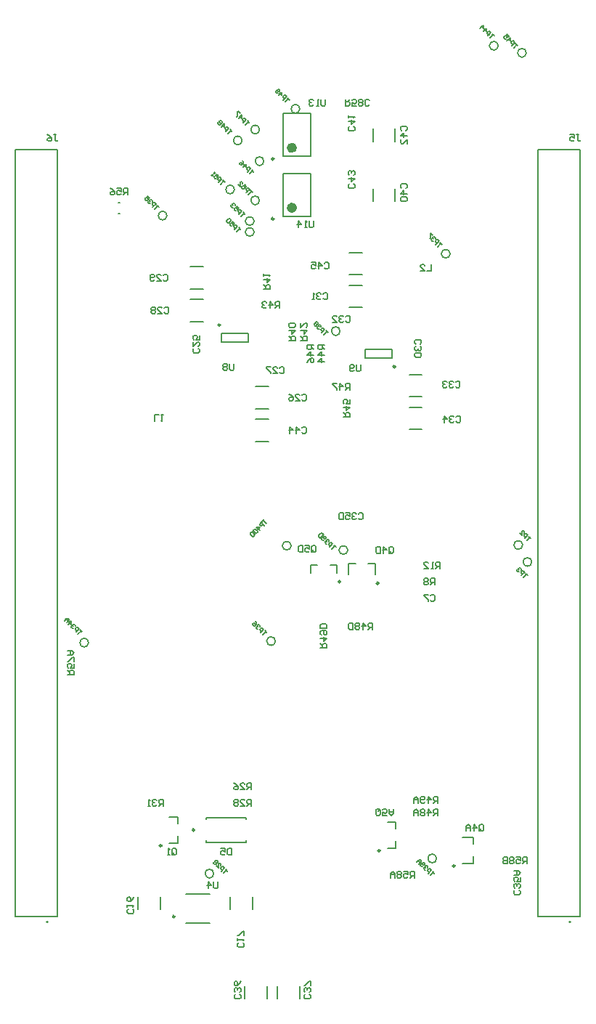
<source format=gbo>
G04*
G04 #@! TF.GenerationSoftware,Altium Limited,DefaultClient, ()*
G04*
G04 Layer_Color=32896*
%FSLAX44Y44*%
%MOMM*%
G71*
G04*
G04 #@! TF.SameCoordinates,8DA877EA-5960-4089-89AF-F9EF2ED2926F*
G04*
G04*
G04 #@! TF.FilePolarity,Positive*
G04*
G01*
G75*
%ADD10C,0.2500*%
%ADD11C,0.1270*%
%ADD13C,0.6000*%
%ADD14C,0.1778*%
%ADD15C,0.2000*%
D10*
X411947Y-96534D02*
G03*
X411947Y-96534I-1250J0D01*
G01*
X324797Y-78754D02*
G03*
X324797Y-78754I-1250J0D01*
G01*
X108300Y-54610D02*
G03*
X108300Y-54610I-1250J0D01*
G01*
X85324Y-155550D02*
G03*
X85324Y-155550I-1250J0D01*
G01*
X70050Y-72860D02*
G03*
X70050Y-72860I-1250J0D01*
G01*
X323030Y233150D02*
G03*
X323030Y233150I-1250J0D01*
G01*
X278580Y234900D02*
G03*
X278580Y234900I-1250J0D01*
G01*
X342600Y485630D02*
G03*
X342600Y485630I-1250J0D01*
G01*
X200850Y727850D02*
G03*
X200850Y727850I-1250J0D01*
G01*
Y658000D02*
G03*
X200850Y658000I-1250J0D01*
G01*
X138460Y534180D02*
G03*
X138460Y534180I-1250J0D01*
G01*
D11*
X462527Y859658D02*
G03*
X462527Y859658I-5080J0D01*
G01*
X390637Y-87784D02*
G03*
X390637Y-87784I-5080J0D01*
G01*
X177800Y655320D02*
G03*
X177800Y655320I-5080J0D01*
G01*
X184150Y679450D02*
G03*
X184150Y679450I-5080J0D01*
G01*
X154940Y692150D02*
G03*
X154940Y692150I-5080J0D01*
G01*
X177800Y642620D02*
G03*
X177800Y642620I-5080J0D01*
G01*
X231140Y786130D02*
G03*
X231140Y786130I-5080J0D01*
G01*
X163830Y749300D02*
G03*
X163830Y749300I-5080J0D01*
G01*
X184150Y762000D02*
G03*
X184150Y762000I-5080J0D01*
G01*
X189230Y725170D02*
G03*
X189230Y725170I-5080J0D01*
G01*
X495324Y851454D02*
G03*
X495324Y851454I-5080J0D01*
G01*
X220980Y276860D02*
G03*
X220980Y276860I-5080J0D01*
G01*
X287020Y271780D02*
G03*
X287020Y271780I-5080J0D01*
G01*
X278130Y527050D02*
G03*
X278130Y527050I-5080J0D01*
G01*
X406400Y617220D02*
G03*
X406400Y617220I-5080J0D01*
G01*
X202692Y165608D02*
G03*
X202692Y165608I-5080J0D01*
G01*
X76200Y661670D02*
G03*
X76200Y661670I-5080J0D01*
G01*
X130810Y-105410D02*
G03*
X130810Y-105410I-5080J0D01*
G01*
X501650Y257870D02*
G03*
X501650Y257870I-5080J0D01*
G01*
X490982Y277699D02*
G03*
X490982Y277699I-5080J0D01*
G01*
X-15240Y163830D02*
G03*
X-15240Y163830I-5080J0D01*
G01*
D13*
X224850Y740650D02*
G03*
X224850Y740650I-3000J0D01*
G01*
Y670800D02*
G03*
X224850Y670800I-3000J0D01*
G01*
D14*
X388126Y-105135D02*
X385732Y-102741D01*
X386929Y-103938D01*
X383338Y-107529D01*
X380945Y-105135D02*
X384535Y-101545D01*
X382740Y-99749D01*
X381543D01*
X380346Y-100946D01*
Y-102143D01*
X382141Y-103938D01*
X380346Y-98552D02*
Y-97355D01*
X379149Y-96158D01*
X377952D01*
X377354Y-96757D01*
Y-97954D01*
X377952Y-98552D01*
X377354Y-97954D01*
X376157Y-97954D01*
X375558Y-98552D01*
X375558Y-99749D01*
X376755Y-100946D01*
X377952D01*
X374361Y-97355D02*
X373164D01*
X371967Y-96158D01*
Y-94961D01*
X374361Y-92567D01*
X375558D01*
X376755Y-93764D01*
X376755Y-94961D01*
X376157Y-95560D01*
X374959Y-95560D01*
X373164Y-93764D01*
X370172Y-94363D02*
X372566Y-91969D01*
Y-89575D01*
X370172D01*
X367778Y-91969D01*
X369573Y-90173D01*
X371967Y-92567D01*
X364739Y-110489D02*
Y-102871D01*
X360931D01*
X359661Y-104141D01*
Y-106680D01*
X360931Y-107950D01*
X364739D01*
X362200D02*
X359661Y-110489D01*
X352044Y-102871D02*
X357122D01*
Y-106680D01*
X354583Y-105410D01*
X353313D01*
X352044Y-106680D01*
Y-109219D01*
X353313Y-110489D01*
X355852D01*
X357122Y-109219D01*
X349504Y-104141D02*
X348235Y-102871D01*
X345696D01*
X344426Y-104141D01*
Y-105410D01*
X345696Y-106680D01*
X344426Y-107950D01*
Y-109219D01*
X345696Y-110489D01*
X348235D01*
X349504Y-109219D01*
Y-107950D01*
X348235Y-106680D01*
X349504Y-105410D01*
Y-104141D01*
X348235Y-106680D02*
X345696D01*
X341887Y-110489D02*
Y-105410D01*
X339348Y-102871D01*
X336809Y-105410D01*
Y-110489D01*
Y-106680D01*
X341887D01*
X392172Y-23367D02*
Y-15749D01*
X388363D01*
X387093Y-17019D01*
Y-19558D01*
X388363Y-20828D01*
X392172D01*
X389632D02*
X387093Y-23367D01*
X380745D02*
Y-15749D01*
X384554Y-19558D01*
X379476D01*
X376936Y-22097D02*
X375667Y-23367D01*
X373128D01*
X371858Y-22097D01*
Y-17019D01*
X373128Y-15749D01*
X375667D01*
X376936Y-17019D01*
Y-18288D01*
X375667Y-19558D01*
X371858D01*
X369319Y-23367D02*
Y-18288D01*
X366780Y-15749D01*
X364240Y-18288D01*
Y-23367D01*
Y-19558D01*
X369319D01*
X392425Y-37845D02*
Y-30227D01*
X388617D01*
X387347Y-31497D01*
Y-34036D01*
X388617Y-35306D01*
X392425D01*
X389886D02*
X387347Y-37845D01*
X380999D02*
Y-30227D01*
X384808Y-34036D01*
X379730D01*
X377190Y-31497D02*
X375921Y-30227D01*
X373382D01*
X372112Y-31497D01*
Y-32766D01*
X373382Y-34036D01*
X372112Y-35306D01*
Y-36575D01*
X373382Y-37845D01*
X375921D01*
X377190Y-36575D01*
Y-35306D01*
X375921Y-34036D01*
X377190Y-32766D01*
Y-31497D01*
X375921Y-34036D02*
X373382D01*
X369573Y-37845D02*
Y-32766D01*
X367034Y-30227D01*
X364495Y-32766D01*
Y-37845D01*
Y-34036D01*
X369573D01*
X324868Y-31295D02*
Y-36373D01*
X323599Y-37643D01*
X321060D01*
X319790Y-36373D01*
Y-31295D01*
X321060Y-30025D01*
X323599D01*
X322329Y-32564D02*
X324868Y-30025D01*
X323599D02*
X324868Y-31295D01*
X332486Y-37643D02*
X327407D01*
Y-33834D01*
X329947Y-35104D01*
X331216D01*
X332486Y-33834D01*
Y-31295D01*
X331216Y-30025D01*
X328677D01*
X327407Y-31295D01*
X335025Y-30025D02*
Y-35104D01*
X337564Y-37643D01*
X340103Y-35104D01*
Y-30025D01*
Y-33834D01*
X335025D01*
X440688Y-54609D02*
Y-49531D01*
X441958Y-48261D01*
X444497D01*
X445767Y-49531D01*
Y-54609D01*
X444497Y-55879D01*
X441958D01*
X443228Y-53340D02*
X440688Y-55879D01*
X441958D02*
X440688Y-54609D01*
X434340Y-55879D02*
Y-48261D01*
X438149Y-52070D01*
X433071D01*
X430532Y-55879D02*
Y-50800D01*
X427992Y-48261D01*
X425453Y-50800D01*
Y-55879D01*
Y-52070D01*
X430532D01*
X487171Y-124965D02*
X488441Y-126235D01*
Y-128774D01*
X487171Y-130043D01*
X482093D01*
X480823Y-128774D01*
Y-126235D01*
X482093Y-124965D01*
X487171Y-122426D02*
X488441Y-121156D01*
Y-118617D01*
X487171Y-117348D01*
X485902D01*
X484632Y-118617D01*
Y-119887D01*
Y-118617D01*
X483363Y-117348D01*
X482093D01*
X480823Y-118617D01*
Y-121156D01*
X482093Y-122426D01*
X488441Y-109730D02*
Y-114808D01*
X484632D01*
X485902Y-112269D01*
Y-111000D01*
X484632Y-109730D01*
X482093D01*
X480823Y-111000D01*
Y-113539D01*
X482093Y-114808D01*
X480823Y-107191D02*
X485902D01*
X488441Y-104652D01*
X485902Y-102113D01*
X480823D01*
X484632D01*
Y-107191D01*
X284349Y797434D02*
Y789817D01*
X288157D01*
X289427Y791086D01*
Y793625D01*
X288157Y794895D01*
X284349D01*
X286888D02*
X289427Y797434D01*
X297044Y789817D02*
X291966D01*
Y793625D01*
X294505Y792356D01*
X295775D01*
X297044Y793625D01*
Y796165D01*
X295775Y797434D01*
X293236D01*
X291966Y796165D01*
X299584Y791086D02*
X300853Y789817D01*
X303392D01*
X304662Y791086D01*
Y792356D01*
X303392Y793625D01*
X304662Y794895D01*
Y796165D01*
X303392Y797434D01*
X300853D01*
X299584Y796165D01*
Y794895D01*
X300853Y793625D01*
X299584Y792356D01*
Y791086D01*
X300853Y793625D02*
X303392D01*
X312279Y791086D02*
X311010Y789817D01*
X308471D01*
X307201Y791086D01*
Y796165D01*
X308471Y797434D01*
X311010D01*
X312279Y796165D01*
X496058Y-93979D02*
Y-86361D01*
X492249D01*
X490979Y-87631D01*
Y-90170D01*
X492249Y-91440D01*
X496058D01*
X493518D02*
X490979Y-93979D01*
X483362Y-86361D02*
X488440D01*
Y-90170D01*
X485901Y-88900D01*
X484631D01*
X483362Y-90170D01*
Y-92709D01*
X484631Y-93979D01*
X487170D01*
X488440Y-92709D01*
X480822Y-87631D02*
X479553Y-86361D01*
X477014D01*
X475744Y-87631D01*
Y-88900D01*
X477014Y-90170D01*
X475744Y-91440D01*
Y-92709D01*
X477014Y-93979D01*
X479553D01*
X480822Y-92709D01*
Y-91440D01*
X479553Y-90170D01*
X480822Y-88900D01*
Y-87631D01*
X479553Y-90170D02*
X477014D01*
X473205Y-86361D02*
Y-93979D01*
X469396D01*
X468126Y-92709D01*
Y-91440D01*
X469396Y-90170D01*
X473205D01*
X469396D01*
X468126Y-88900D01*
Y-87631D01*
X469396Y-86361D01*
X473205D01*
X-39877Y126496D02*
X-32259D01*
Y130305D01*
X-33529Y131575D01*
X-36068D01*
X-37338Y130305D01*
Y126496D01*
Y129036D02*
X-39877Y131575D01*
X-32259Y139192D02*
Y134114D01*
X-36068D01*
X-34798Y136653D01*
Y137923D01*
X-36068Y139192D01*
X-38607D01*
X-39877Y137923D01*
Y135384D01*
X-38607Y134114D01*
X-32259Y141732D02*
Y146810D01*
X-33529D01*
X-38607Y141732D01*
X-39877D01*
Y149349D02*
X-34798D01*
X-32259Y151888D01*
X-34798Y154427D01*
X-39877D01*
X-36068D01*
Y149349D01*
X167129Y663232D02*
X164735Y665626D01*
X165932Y664429D01*
X162341Y660838D01*
X159947Y663232D02*
X163538Y666823D01*
X161742Y668618D01*
X160546D01*
X159348Y667422D01*
Y666225D01*
X161144Y664429D01*
X157553Y672808D02*
X159947Y670414D01*
X158152Y668618D01*
X157553Y670414D01*
X156954Y671012D01*
X155758D01*
X154561Y669816D01*
X154561Y668618D01*
X155758Y667422D01*
X156955D01*
X155758Y673406D02*
X155758Y674603D01*
X154561Y675800D01*
X153364D01*
X152765Y675202D01*
Y674005D01*
X153364Y673406D01*
X152765Y674005D01*
X151568D01*
X150970Y673406D01*
Y672209D01*
X152167Y671012D01*
X153364D01*
X176019Y688632D02*
X173625Y691026D01*
X174822Y689829D01*
X171231Y686238D01*
X168837Y688632D02*
X172428Y692223D01*
X170632Y694018D01*
X169436D01*
X168239Y692822D01*
Y691625D01*
X170034Y689829D01*
X166443Y698208D02*
X168837Y695814D01*
X167041Y694018D01*
X166443Y695814D01*
X165844Y696413D01*
X164648D01*
X163451Y695216D01*
X163451Y694018D01*
X164648Y692822D01*
X165845D01*
X159261Y698208D02*
X161655Y695814D01*
Y700602D01*
X162254Y701200D01*
X163451D01*
X164648Y700003D01*
X164648Y698806D01*
X143670Y700661D02*
X141276Y703055D01*
X142473Y701858D01*
X138883Y698267D01*
X136489Y700661D02*
X140079Y704251D01*
X138284Y706047D01*
X137087D01*
X135890Y704850D01*
Y703653D01*
X137685Y701858D01*
X134094Y710236D02*
X136489Y707842D01*
X134693Y706047D01*
X134094Y707842D01*
X133496Y708441D01*
X132299D01*
X131102Y707244D01*
X131102Y706047D01*
X132299Y704850D01*
X133496D01*
X129307Y707842D02*
X128110Y709039D01*
X128708Y708441D01*
X132299Y712032D01*
X132299Y710835D01*
X162049Y645452D02*
X159655Y647846D01*
X160852Y646649D01*
X157261Y643058D01*
X154867Y645452D02*
X158458Y649043D01*
X156663Y650838D01*
X155465D01*
X154269Y649642D01*
Y648445D01*
X156064Y646649D01*
X152473Y655028D02*
X154867Y652634D01*
X153071Y650838D01*
X152473Y652634D01*
X151875Y653232D01*
X150678D01*
X149481Y652036D01*
X149481Y650838D01*
X150677Y649642D01*
X151875D01*
X150678Y655626D02*
X150677Y656823D01*
X149481Y658020D01*
X148284D01*
X145890Y655626D01*
Y654429D01*
X147087Y653232D01*
X148284D01*
X150678Y655626D01*
X219199Y796582D02*
X216805Y798976D01*
X218002Y797779D01*
X214411Y794188D01*
X212017Y796582D02*
X215608Y800173D01*
X213813Y801969D01*
X212616D01*
X211418Y800772D01*
Y799575D01*
X213214Y797779D01*
X206631Y801969D02*
X210222Y805559D01*
Y801969D01*
X207828Y804362D01*
X205434D02*
X204237D01*
X203040Y805559D01*
Y806756D01*
X205434Y809150D01*
X206631D01*
X207827Y807953D01*
X207828Y806756D01*
X207229Y806158D01*
X206032Y806158D01*
X204237Y807953D01*
X151889Y759752D02*
X149495Y762146D01*
X150692Y760949D01*
X147101Y757358D01*
X144707Y759752D02*
X148298Y763343D01*
X146503Y765138D01*
X145306D01*
X144108Y763942D01*
Y762745D01*
X145904Y760949D01*
X139321Y765138D02*
X142912Y768729D01*
Y765138D01*
X140518Y767533D01*
Y769926D02*
X140518Y771123D01*
X139321Y772320D01*
X138124D01*
X137525Y771722D01*
Y770525D01*
X136328D01*
X135730Y769926D01*
Y768729D01*
X136927Y767533D01*
X138124D01*
X138722Y768131D01*
Y769328D01*
X139919Y769328D01*
X140518Y769926D01*
X138722Y769328D02*
X137525Y770525D01*
X172209Y769912D02*
X169815Y772306D01*
X171012Y771109D01*
X167421Y767518D01*
X165027Y769912D02*
X168618Y773503D01*
X166822Y775298D01*
X165625D01*
X164429Y774102D01*
Y772905D01*
X166224Y771109D01*
X159641Y775298D02*
X163232Y778889D01*
Y775298D01*
X160838Y777692D01*
X161436Y780685D02*
X159042Y783079D01*
X158444Y782480D01*
Y777692D01*
X157845Y777094D01*
X177289Y712762D02*
X174895Y715156D01*
X176092Y713959D01*
X172501Y710368D01*
X170107Y712762D02*
X173698Y716353D01*
X171903Y718148D01*
X170706D01*
X169508Y716952D01*
Y715755D01*
X171304Y713959D01*
X164721Y718148D02*
X168312Y721740D01*
Y718148D01*
X165918Y720543D01*
X164122Y725929D02*
X164721Y724133D01*
Y721740D01*
X163524Y720543D01*
X162327D01*
X161130Y721740D01*
Y722936D01*
X161728Y723535D01*
X162925D01*
X164721Y721740D01*
X485415Y859875D02*
X483021Y862269D01*
X484218Y861072D01*
X480627Y857481D01*
X478233Y859875D02*
X481824Y863466D01*
X480029Y865261D01*
X478832D01*
X477635Y864064D01*
Y862867D01*
X479430Y861072D01*
X472847Y865261D02*
X476438Y868852D01*
Y865261D01*
X474044Y867655D01*
X472248Y873041D02*
X474642Y870648D01*
X472847Y868852D01*
X472248Y870648D01*
X471650Y871246D01*
X470453D01*
X469256Y870049D01*
Y868852D01*
X470453Y867655D01*
X471650D01*
X457698Y871126D02*
X455304Y873520D01*
X456501Y872323D01*
X452910Y868732D01*
X450516Y871126D02*
X454107Y874717D01*
X452312Y876512D01*
X451115D01*
X449918Y875315D01*
Y874118D01*
X451713Y872323D01*
X445130Y876512D02*
X448721Y880103D01*
Y876512D01*
X446327Y878906D01*
X441539Y880103D02*
X445130Y883694D01*
X445130Y880103D01*
X442736Y882497D01*
X189602Y307479D02*
X187208Y305085D01*
X188405Y306282D01*
X191996Y302691D01*
X189602Y300297D02*
X186011Y303888D01*
X184216Y302092D01*
Y300896D01*
X185412Y299699D01*
X186609D01*
X188405Y301494D01*
X184216Y294911D02*
X180625Y298501D01*
X184216D01*
X181821Y296108D01*
X179428D02*
X178231Y296108D01*
X177034Y294911D01*
Y293714D01*
X179428Y291320D01*
X180625D01*
X181821Y292517D01*
Y293714D01*
X179428Y296108D01*
X175238Y293115D02*
X178829Y289524D01*
X177034Y287729D01*
X175837Y287729D01*
X173443Y290123D01*
Y291320D01*
X175238Y293115D01*
X273064Y275103D02*
X270670Y277497D01*
X271867Y276300D01*
X268276Y272709D01*
X265882Y275103D02*
X269473Y278694D01*
X267678Y280489D01*
X266481D01*
X265284Y279292D01*
Y278095D01*
X267080Y276300D01*
X265284Y281686D02*
Y282883D01*
X264087Y284080D01*
X262890D01*
X262292Y283482D01*
Y282285D01*
X262890Y281686D01*
X262292Y282285D01*
X261095Y282285D01*
X260496Y281686D01*
X260496Y280489D01*
X261693Y279292D01*
X262890D01*
X259299Y282883D02*
X258102D01*
X256905Y284080D01*
Y285277D01*
X259299Y287671D01*
X260496D01*
X261693Y286474D01*
X261693Y285277D01*
X261095Y284678D01*
X259898Y284678D01*
X258102Y286474D01*
X258701Y289466D02*
X255110Y285875D01*
X253314Y287671D01*
X253314Y288868D01*
X255708Y291262D01*
X256905D01*
X258701Y289466D01*
X263903Y525310D02*
X261509Y527704D01*
X262706Y526507D01*
X259115Y522916D01*
X256721Y525310D02*
X260312Y528901D01*
X258517Y530696D01*
X257320D01*
X256122Y529500D01*
Y528303D01*
X257918Y526507D01*
X256122Y531894D02*
Y533091D01*
X254925Y534287D01*
X253729D01*
X253130Y533689D01*
Y532492D01*
X253729Y531894D01*
X253130Y532492D01*
X251933Y532492D01*
X251335Y531894D01*
X251335Y530696D01*
X252532Y529500D01*
X253729D01*
X252532Y535484D02*
X252532Y536681D01*
X251335Y537878D01*
X250138D01*
X249539Y537280D01*
Y536083D01*
X248342D01*
X247744Y535484D01*
Y534287D01*
X248941Y533091D01*
X250138D01*
X250736Y533689D01*
Y534886D01*
X251933Y534886D01*
X252532Y535484D01*
X250736Y534886D02*
X249539Y536083D01*
X396999Y627926D02*
X394605Y630320D01*
X395802Y629123D01*
X392211Y625532D01*
X389817Y627926D02*
X393408Y631517D01*
X391613Y633312D01*
X390415D01*
X389218Y632116D01*
Y630919D01*
X391014Y629123D01*
X389218Y634510D02*
Y635706D01*
X388022Y636903D01*
X386825D01*
X386226Y636305D01*
Y635108D01*
X386825Y634510D01*
X386226Y635108D01*
X385029Y635108D01*
X384431Y634510D01*
X384431Y633312D01*
X385628Y632116D01*
X386825D01*
X386226Y638699D02*
X383832Y641093D01*
X383234Y640494D01*
Y635706D01*
X382635Y635108D01*
X192529Y175552D02*
X190135Y177946D01*
X191332Y176749D01*
X187741Y173158D01*
X185347Y175552D02*
X188938Y179143D01*
X187143Y180938D01*
X185945D01*
X184748Y179742D01*
Y178545D01*
X186544Y176749D01*
X184748Y182136D02*
Y183333D01*
X183552Y184529D01*
X182355D01*
X181756Y183931D01*
Y182734D01*
X182355Y182136D01*
X181756Y182734D01*
X180559Y182734D01*
X179961Y182136D01*
X179961Y180938D01*
X181157Y179742D01*
X182355D01*
X179362Y188719D02*
X179961Y186923D01*
Y184529D01*
X178764Y183333D01*
X177567D01*
X176370Y184529D01*
Y185726D01*
X176968Y186325D01*
X178165D01*
X179961Y184529D01*
X66799Y671360D02*
X64405Y673754D01*
X65602Y672557D01*
X62011Y668966D01*
X59617Y671360D02*
X63208Y674951D01*
X61413Y676747D01*
X60216D01*
X59019Y675550D01*
Y674353D01*
X60814Y672557D01*
X59019Y677943D02*
Y679140D01*
X57821Y680338D01*
X56625D01*
X56026Y679739D01*
Y678542D01*
X56625Y677943D01*
X56026Y678542D01*
X54829Y678542D01*
X54231Y677943D01*
X54231Y676747D01*
X55427Y675550D01*
X56625D01*
X53632Y684527D02*
X56026Y682133D01*
X54231Y680338D01*
X53632Y682133D01*
X53034Y682731D01*
X51837D01*
X50640Y681534D01*
Y680338D01*
X51837Y679140D01*
X53034D01*
X-22846Y176297D02*
X-25240Y178691D01*
X-24043Y177494D01*
X-27634Y173903D01*
X-30027Y176297D02*
X-26437Y179888D01*
X-28232Y181683D01*
X-29429D01*
X-30626Y180486D01*
Y179289D01*
X-28831Y177494D01*
X-30626Y182880D02*
Y184077D01*
X-31823Y185274D01*
X-33020D01*
X-33619Y184675D01*
Y183479D01*
X-33020Y182880D01*
X-33619Y183479D01*
X-34815Y183479D01*
X-35414Y182880D01*
X-35414Y181683D01*
X-34217Y180486D01*
X-33020D01*
X-39005Y185274D02*
X-35414Y188865D01*
X-35414Y185274D01*
X-37808Y187668D01*
X-40800Y187069D02*
X-38406Y189463D01*
Y191857D01*
X-40800D01*
X-43194Y189463D01*
X-41399Y191259D01*
X-39005Y188865D01*
X146809Y-102578D02*
X144415Y-100184D01*
X145612Y-101381D01*
X142021Y-104972D01*
X139627Y-102578D02*
X143218Y-98987D01*
X141423Y-97191D01*
X140225D01*
X139029Y-98388D01*
Y-99585D01*
X140824Y-101381D01*
X133642Y-96593D02*
X136036Y-98987D01*
Y-94199D01*
X136635Y-93601D01*
X137831D01*
X139029Y-94797D01*
Y-95995D01*
X135438Y-92404D02*
X135437Y-91207D01*
X134241Y-90010D01*
X133044D01*
X132445Y-90608D01*
Y-91805D01*
X131248D01*
X130650Y-92404D01*
Y-93601D01*
X131847Y-94797D01*
X133044D01*
X133642Y-94199D01*
Y-93002D01*
X134839Y-93002D01*
X135438Y-92404D01*
X133642Y-93002D02*
X132445Y-91805D01*
X496803Y242118D02*
X494409Y244512D01*
X495606Y243314D01*
X492015Y239724D01*
X489622Y242118D02*
X493213Y245709D01*
X491417Y247504D01*
X490220D01*
X489023Y246307D01*
Y245110D01*
X490818Y243314D01*
X489023Y248701D02*
Y249898D01*
X487826Y251095D01*
X486629D01*
X486031Y250496D01*
Y249299D01*
X486629Y248701D01*
X486031Y249299D01*
X484834Y249299D01*
X484235Y248701D01*
X484235Y247504D01*
X485432Y246307D01*
X486629D01*
X500613Y285298D02*
X498219Y287691D01*
X499416Y286495D01*
X495826Y282904D01*
X493432Y285298D02*
X497023Y288888D01*
X495227Y290684D01*
X494030D01*
X492833Y289487D01*
Y288290D01*
X494628Y286495D01*
X487447Y291282D02*
X489841Y288888D01*
Y293676D01*
X490439Y294275D01*
X491636D01*
X492833Y293078D01*
Y291881D01*
X30477Y685801D02*
Y693419D01*
X26668D01*
X25398Y692149D01*
Y689610D01*
X26668Y688340D01*
X30477D01*
X27938D02*
X25398Y685801D01*
X17781Y693419D02*
X22859D01*
Y689610D01*
X20320Y690880D01*
X19050D01*
X17781Y689610D01*
Y687071D01*
X19050Y685801D01*
X21590D01*
X22859Y687071D01*
X10163Y693419D02*
X12702Y692149D01*
X15242Y689610D01*
Y687071D01*
X13972Y685801D01*
X11433D01*
X10163Y687071D01*
Y688340D01*
X11433Y689610D01*
X15242D01*
X259844Y605789D02*
X261113Y607059D01*
X263652D01*
X264922Y605789D01*
Y600711D01*
X263652Y599441D01*
X261113D01*
X259844Y600711D01*
X253496Y599441D02*
Y607059D01*
X257304Y603250D01*
X252226D01*
X244609Y607059D02*
X249687D01*
Y603250D01*
X247148Y604520D01*
X245878D01*
X244609Y603250D01*
Y600711D01*
X245878Y599441D01*
X248417D01*
X249687Y600711D01*
X233678Y414019D02*
X234948Y415289D01*
X237487D01*
X238757Y414019D01*
Y408941D01*
X237487Y407671D01*
X234948D01*
X233678Y408941D01*
X227330Y407671D02*
Y415289D01*
X231139Y411480D01*
X226061D01*
X219713Y407671D02*
Y415289D01*
X223522Y411480D01*
X218443D01*
X247012Y655319D02*
Y648971D01*
X245742Y647701D01*
X243203D01*
X241934Y648971D01*
Y655319D01*
X239394Y647701D02*
X236855D01*
X238125D01*
Y655319D01*
X239394Y654049D01*
X229238Y647701D02*
Y655319D01*
X233046Y651510D01*
X227968D01*
X260982Y797305D02*
Y790957D01*
X259712Y789687D01*
X257173D01*
X255904Y790957D01*
Y797305D01*
X253364Y789687D02*
X250825D01*
X252095D01*
Y797305D01*
X253364Y796035D01*
X247016D02*
X245747Y797305D01*
X243208D01*
X241938Y796035D01*
Y794766D01*
X243208Y793496D01*
X244477D01*
X243208D01*
X241938Y792226D01*
Y790957D01*
X243208Y789687D01*
X245747D01*
X247016Y790957D01*
X302258Y487679D02*
Y481331D01*
X300988Y480061D01*
X298449D01*
X297180Y481331D01*
Y487679D01*
X294640Y481331D02*
X293371Y480061D01*
X290832D01*
X289562Y481331D01*
Y486409D01*
X290832Y487679D01*
X293371D01*
X294640Y486409D01*
Y485140D01*
X293371Y483870D01*
X289562D01*
X154432Y488949D02*
Y482601D01*
X153162Y481331D01*
X150623D01*
X149354Y482601D01*
Y488949D01*
X146814Y487679D02*
X145545Y488949D01*
X143006D01*
X141736Y487679D01*
Y486410D01*
X143006Y485140D01*
X141736Y483870D01*
Y482601D01*
X143006Y481331D01*
X145545D01*
X146814Y482601D01*
Y483870D01*
X145545Y485140D01*
X146814Y486410D01*
Y487679D01*
X145545Y485140D02*
X143006D01*
X135888Y-115063D02*
Y-121411D01*
X134618Y-122681D01*
X132079D01*
X130810Y-121411D01*
Y-115063D01*
X124462Y-122681D02*
Y-115063D01*
X128270Y-118872D01*
X123192D01*
X255271Y157485D02*
X262889D01*
Y161293D01*
X261619Y162563D01*
X259080D01*
X257810Y161293D01*
Y157485D01*
Y160024D02*
X255271Y162563D01*
Y168911D02*
X262889D01*
X259080Y165102D01*
Y170180D01*
X256541Y172720D02*
X255271Y173989D01*
Y176528D01*
X256541Y177798D01*
X261619D01*
X262889Y176528D01*
Y173989D01*
X261619Y172720D01*
X260350D01*
X259080Y173989D01*
Y177798D01*
X262889Y180337D02*
X255271D01*
Y184146D01*
X256541Y185415D01*
X261619D01*
X262889Y184146D01*
Y180337D01*
X316225Y179071D02*
Y186689D01*
X312417D01*
X311147Y185419D01*
Y182880D01*
X312417Y181610D01*
X316225D01*
X313686D02*
X311147Y179071D01*
X304799D02*
Y186689D01*
X308608Y182880D01*
X303530D01*
X300990Y185419D02*
X299721Y186689D01*
X297182D01*
X295912Y185419D01*
Y184150D01*
X297182Y182880D01*
X295912Y181610D01*
Y180341D01*
X297182Y179071D01*
X299721D01*
X300990Y180341D01*
Y181610D01*
X299721Y182880D01*
X300990Y184150D01*
Y185419D01*
X299721Y182880D02*
X297182D01*
X293373Y186689D02*
Y179071D01*
X289564D01*
X288295Y180341D01*
Y185419D01*
X289564Y186689D01*
X293373D01*
X289557Y458471D02*
Y466089D01*
X285748D01*
X284478Y464819D01*
Y462280D01*
X285748Y461010D01*
X289557D01*
X287017D02*
X284478Y458471D01*
X278130D02*
Y466089D01*
X281939Y462280D01*
X276861D01*
X274322Y466089D02*
X269243D01*
Y464819D01*
X274322Y459741D01*
Y458471D01*
X247649Y510537D02*
X240031D01*
Y506728D01*
X241301Y505458D01*
X243840D01*
X245110Y506728D01*
Y510537D01*
Y507998D02*
X247649Y505458D01*
Y499110D02*
X240031D01*
X243840Y502919D01*
Y497841D01*
X240031Y490223D02*
X241301Y492762D01*
X243840Y495302D01*
X246379D01*
X247649Y494032D01*
Y491493D01*
X246379Y490223D01*
X245110D01*
X243840Y491493D01*
Y495302D01*
X281941Y426723D02*
X289559D01*
Y430532D01*
X288289Y431802D01*
X285750D01*
X284480Y430532D01*
Y426723D01*
Y429263D02*
X281941Y431802D01*
Y438150D02*
X289559D01*
X285750Y434341D01*
Y439419D01*
X289559Y447037D02*
Y441958D01*
X285750D01*
X287020Y444498D01*
Y445767D01*
X285750Y447037D01*
X283211D01*
X281941Y445767D01*
Y443228D01*
X283211Y441958D01*
X260349Y510537D02*
X252731D01*
Y506728D01*
X254001Y505458D01*
X256540D01*
X257810Y506728D01*
Y510537D01*
Y507998D02*
X260349Y505458D01*
Y499110D02*
X252731D01*
X256540Y502919D01*
Y497841D01*
X260349Y491493D02*
X252731D01*
X256540Y495302D01*
Y490223D01*
X207772Y553721D02*
Y561339D01*
X203963D01*
X202694Y560069D01*
Y557530D01*
X203963Y556260D01*
X207772D01*
X205233D02*
X202694Y553721D01*
X196346D02*
Y561339D01*
X200154Y557530D01*
X195076D01*
X192537Y560069D02*
X191267Y561339D01*
X188728D01*
X187459Y560069D01*
Y558800D01*
X188728Y557530D01*
X189998D01*
X188728D01*
X187459Y556260D01*
Y554991D01*
X188728Y553721D01*
X191267D01*
X192537Y554991D01*
X232411Y516128D02*
X240029D01*
Y519937D01*
X238759Y521206D01*
X236220D01*
X234950Y519937D01*
Y516128D01*
Y518667D02*
X232411Y521206D01*
Y527554D02*
X240029D01*
X236220Y523745D01*
Y528824D01*
X232411Y536441D02*
Y531363D01*
X237490Y536441D01*
X238759D01*
X240029Y535172D01*
Y532633D01*
X238759Y531363D01*
X189231Y575818D02*
X196849D01*
Y579627D01*
X195579Y580896D01*
X193040D01*
X191770Y579627D01*
Y575818D01*
Y578357D02*
X189231Y580896D01*
Y587244D02*
X196849D01*
X193040Y583436D01*
Y588514D01*
X189231Y591053D02*
Y593592D01*
Y592323D01*
X196849D01*
X195579Y591053D01*
X218441Y516128D02*
X226059D01*
Y519937D01*
X224789Y521206D01*
X222250D01*
X220980Y519937D01*
Y516128D01*
Y518667D02*
X218441Y521206D01*
Y527554D02*
X226059D01*
X222250Y523745D01*
Y528824D01*
X224789Y531363D02*
X226059Y532633D01*
Y535172D01*
X224789Y536441D01*
X219711D01*
X218441Y535172D01*
Y532633D01*
X219711Y531363D01*
X224789D01*
X71637Y-26669D02*
Y-19051D01*
X67828D01*
X66559Y-20321D01*
Y-22860D01*
X67828Y-24130D01*
X71637D01*
X69098D02*
X66559Y-26669D01*
X64020Y-20321D02*
X62750Y-19051D01*
X60211D01*
X58941Y-20321D01*
Y-21590D01*
X60211Y-22860D01*
X61480D01*
X60211D01*
X58941Y-24130D01*
Y-25399D01*
X60211Y-26669D01*
X62750D01*
X64020Y-25399D01*
X56402Y-26669D02*
X53863D01*
X55132D01*
Y-19051D01*
X56402Y-20321D01*
X174507Y-26669D02*
Y-19051D01*
X170698D01*
X169428Y-20321D01*
Y-22860D01*
X170698Y-24130D01*
X174507D01*
X171968D02*
X169428Y-26669D01*
X161811D02*
X166889D01*
X161811Y-21590D01*
Y-20321D01*
X163080Y-19051D01*
X165620D01*
X166889Y-20321D01*
X159272D02*
X158002Y-19051D01*
X155463D01*
X154193Y-20321D01*
Y-21590D01*
X155463Y-22860D01*
X154193Y-24130D01*
Y-25399D01*
X155463Y-26669D01*
X158002D01*
X159272Y-25399D01*
Y-24130D01*
X158002Y-22860D01*
X159272Y-21590D01*
Y-20321D01*
X158002Y-22860D02*
X155463D01*
X174507Y-7619D02*
Y-1D01*
X170698D01*
X169428Y-1271D01*
Y-3810D01*
X170698Y-5080D01*
X174507D01*
X171968D02*
X169428Y-7619D01*
X161811D02*
X166889D01*
X161811Y-2540D01*
Y-1271D01*
X163080Y-1D01*
X165620D01*
X166889Y-1271D01*
X154193Y-1D02*
X156732Y-1271D01*
X159272Y-3810D01*
Y-6349D01*
X158002Y-7619D01*
X155463D01*
X154193Y-6349D01*
Y-5080D01*
X155463Y-3810D01*
X159272D01*
X394722Y250191D02*
Y257809D01*
X390913D01*
X389644Y256539D01*
Y254000D01*
X390913Y252730D01*
X394722D01*
X392183D02*
X389644Y250191D01*
X387104D02*
X384565D01*
X385835D01*
Y257809D01*
X387104Y256539D01*
X375678Y250191D02*
X380756D01*
X375678Y255270D01*
Y256539D01*
X376948Y257809D01*
X379487D01*
X380756Y256539D01*
X388374Y231141D02*
Y238759D01*
X384565D01*
X383296Y237489D01*
Y234950D01*
X384565Y233680D01*
X388374D01*
X385835D02*
X383296Y231141D01*
X380756Y237489D02*
X379487Y238759D01*
X376948D01*
X375678Y237489D01*
Y236220D01*
X376948Y234950D01*
X375678Y233680D01*
Y232411D01*
X376948Y231141D01*
X379487D01*
X380756Y232411D01*
Y233680D01*
X379487Y234950D01*
X380756Y236220D01*
Y237489D01*
X379487Y234950D02*
X376948D01*
X245108Y270511D02*
Y275589D01*
X246378Y276859D01*
X248917D01*
X250187Y275589D01*
Y270511D01*
X248917Y269241D01*
X246378D01*
X247647Y271780D02*
X245108Y269241D01*
X246378D02*
X245108Y270511D01*
X237491Y276859D02*
X242569D01*
Y273050D01*
X240030Y274320D01*
X238760D01*
X237491Y273050D01*
Y270511D01*
X238760Y269241D01*
X241300D01*
X242569Y270511D01*
X234952Y276859D02*
Y269241D01*
X231143D01*
X229873Y270511D01*
Y275589D01*
X231143Y276859D01*
X234952D01*
X335278Y269241D02*
Y274319D01*
X336548Y275589D01*
X339087D01*
X340357Y274319D01*
Y269241D01*
X339087Y267971D01*
X336548D01*
X337817Y270510D02*
X335278Y267971D01*
X336548D02*
X335278Y269241D01*
X328930Y267971D02*
Y275589D01*
X332739Y271780D01*
X327661D01*
X325122Y275589D02*
Y267971D01*
X321313D01*
X320043Y269241D01*
Y274319D01*
X321313Y275589D01*
X325122D01*
X81800Y-82549D02*
Y-77471D01*
X83070Y-76201D01*
X85609D01*
X86878Y-77471D01*
Y-82549D01*
X85609Y-83819D01*
X83070D01*
X84339Y-81280D02*
X81800Y-83819D01*
X83070D02*
X81800Y-82549D01*
X79261Y-83819D02*
X76722D01*
X77991D01*
Y-76201D01*
X79261Y-77471D01*
X384808Y604519D02*
Y596901D01*
X379730D01*
X372112D02*
X377190D01*
X372112Y601980D01*
Y603249D01*
X373382Y604519D01*
X375921D01*
X377190Y603249D01*
X61482Y421641D02*
Y429259D01*
X66560D01*
X69099D02*
X71638D01*
X70369D01*
Y421641D01*
X69099Y422911D01*
X-55612Y756155D02*
X-53073D01*
X-54343D01*
Y749808D01*
X-53073Y748538D01*
X-51804D01*
X-50534Y749808D01*
X-63230Y756155D02*
X-60691Y754886D01*
X-58151Y752347D01*
Y749808D01*
X-59421Y748538D01*
X-61960D01*
X-63230Y749808D01*
Y751077D01*
X-61960Y752347D01*
X-58151D01*
X553988Y756155D02*
X556527D01*
X555257D01*
Y749808D01*
X556527Y748538D01*
X557796D01*
X559066Y749808D01*
X546370Y756155D02*
X551449D01*
Y752347D01*
X548909Y753616D01*
X547640D01*
X546370Y752347D01*
Y749808D01*
X547640Y748538D01*
X550179D01*
X551449Y749808D01*
X151648Y-76201D02*
Y-83819D01*
X147839D01*
X146570Y-82549D01*
Y-77471D01*
X147839Y-76201D01*
X151648D01*
X138952D02*
X144030D01*
Y-80010D01*
X141491Y-78740D01*
X140222D01*
X138952Y-80010D01*
Y-82549D01*
X140222Y-83819D01*
X142761D01*
X144030Y-82549D01*
X293889Y698502D02*
X295159Y697232D01*
Y694693D01*
X293889Y693423D01*
X288811D01*
X287541Y694693D01*
Y697232D01*
X288811Y698502D01*
X287541Y704850D02*
X295159D01*
X291350Y701041D01*
Y706119D01*
X293889Y708658D02*
X295159Y709928D01*
Y712467D01*
X293889Y713737D01*
X292620D01*
X291350Y712467D01*
Y711198D01*
Y712467D01*
X290080Y713737D01*
X288811D01*
X287541Y712467D01*
Y709928D01*
X288811Y708658D01*
X349771Y760728D02*
X348501Y761998D01*
Y764537D01*
X349771Y765807D01*
X354849D01*
X356119Y764537D01*
Y761998D01*
X354849Y760728D01*
X356119Y754380D02*
X348501D01*
X352310Y758189D01*
Y753111D01*
X356119Y745493D02*
Y750572D01*
X351040Y745493D01*
X349771D01*
X348501Y746763D01*
Y749302D01*
X349771Y750572D01*
X293889Y765411D02*
X295159Y764142D01*
Y761602D01*
X293889Y760333D01*
X288811D01*
X287541Y761602D01*
Y764142D01*
X288811Y765411D01*
X287541Y771759D02*
X295159D01*
X291350Y767950D01*
Y773029D01*
X287541Y775568D02*
Y778107D01*
Y776837D01*
X295159D01*
X293889Y775568D01*
X349771Y693418D02*
X348501Y694688D01*
Y697227D01*
X349771Y698497D01*
X354849D01*
X356119Y697227D01*
Y694688D01*
X354849Y693418D01*
X356119Y687070D02*
X348501D01*
X352310Y690879D01*
Y685801D01*
X349771Y683262D02*
X348501Y681992D01*
Y679453D01*
X349771Y678183D01*
X354849D01*
X356119Y679453D01*
Y681992D01*
X354849Y683262D01*
X349771D01*
X242301Y-246378D02*
X243571Y-247648D01*
Y-250187D01*
X242301Y-251457D01*
X237223D01*
X235953Y-250187D01*
Y-247648D01*
X237223Y-246378D01*
X242301Y-243839D02*
X243571Y-242570D01*
Y-240030D01*
X242301Y-238761D01*
X241032D01*
X239762Y-240030D01*
Y-241300D01*
Y-240030D01*
X238492Y-238761D01*
X237223D01*
X235953Y-240030D01*
Y-242570D01*
X237223Y-243839D01*
X243571Y-236222D02*
Y-231143D01*
X242301D01*
X237223Y-236222D01*
X235953D01*
X161021Y-246378D02*
X162291Y-247648D01*
Y-250187D01*
X161021Y-251457D01*
X155943D01*
X154673Y-250187D01*
Y-247648D01*
X155943Y-246378D01*
X161021Y-243839D02*
X162291Y-242570D01*
Y-240030D01*
X161021Y-238761D01*
X159752D01*
X158482Y-240030D01*
Y-241300D01*
Y-240030D01*
X157212Y-238761D01*
X155943D01*
X154673Y-240030D01*
Y-242570D01*
X155943Y-243839D01*
X162291Y-231143D02*
X161021Y-233682D01*
X158482Y-236222D01*
X155943D01*
X154673Y-234952D01*
Y-232413D01*
X155943Y-231143D01*
X157212D01*
X158482Y-232413D01*
Y-236222D01*
X299717Y313689D02*
X300987Y314959D01*
X303526D01*
X304795Y313689D01*
Y308611D01*
X303526Y307341D01*
X300987D01*
X299717Y308611D01*
X297178Y313689D02*
X295908Y314959D01*
X293369D01*
X292100Y313689D01*
Y312420D01*
X293369Y311150D01*
X294639D01*
X293369D01*
X292100Y309880D01*
Y308611D01*
X293369Y307341D01*
X295908D01*
X297178Y308611D01*
X284482Y314959D02*
X289560D01*
Y311150D01*
X287021Y312420D01*
X285752D01*
X284482Y311150D01*
Y308611D01*
X285752Y307341D01*
X288291D01*
X289560Y308611D01*
X281943Y314959D02*
Y307341D01*
X278134D01*
X276864Y308611D01*
Y313689D01*
X278134Y314959D01*
X281943D01*
X413514Y426719D02*
X414783Y427989D01*
X417322D01*
X418592Y426719D01*
Y421641D01*
X417322Y420371D01*
X414783D01*
X413514Y421641D01*
X410975Y426719D02*
X409705Y427989D01*
X407166D01*
X405896Y426719D01*
Y425450D01*
X407166Y424180D01*
X408435D01*
X407166D01*
X405896Y422910D01*
Y421641D01*
X407166Y420371D01*
X409705D01*
X410975Y421641D01*
X399548Y420371D02*
Y427989D01*
X403357Y424180D01*
X398279D01*
X412764Y467359D02*
X414033Y468629D01*
X416572D01*
X417842Y467359D01*
Y462281D01*
X416572Y461011D01*
X414033D01*
X412764Y462281D01*
X410224Y467359D02*
X408955Y468629D01*
X406416D01*
X405146Y467359D01*
Y466090D01*
X406416Y464820D01*
X407685D01*
X406416D01*
X405146Y463550D01*
Y462281D01*
X406416Y461011D01*
X408955D01*
X410224Y462281D01*
X402607Y467359D02*
X401337Y468629D01*
X398798D01*
X397529Y467359D01*
Y466090D01*
X398798Y464820D01*
X400068D01*
X398798D01*
X397529Y463550D01*
Y462281D01*
X398798Y461011D01*
X401337D01*
X402607Y462281D01*
X284732Y543559D02*
X286002Y544829D01*
X288541D01*
X289811Y543559D01*
Y538481D01*
X288541Y537211D01*
X286002D01*
X284732Y538481D01*
X282193Y543559D02*
X280924Y544829D01*
X278384D01*
X277115Y543559D01*
Y542290D01*
X278384Y541020D01*
X279654D01*
X278384D01*
X277115Y539750D01*
Y538481D01*
X278384Y537211D01*
X280924D01*
X282193Y538481D01*
X269497Y537211D02*
X274576D01*
X269497Y542290D01*
Y543559D01*
X270767Y544829D01*
X273306D01*
X274576Y543559D01*
X258574Y570229D02*
X259843Y571499D01*
X262382D01*
X263652Y570229D01*
Y565151D01*
X262382Y563881D01*
X259843D01*
X258574Y565151D01*
X256035Y570229D02*
X254765Y571499D01*
X252226D01*
X250956Y570229D01*
Y568960D01*
X252226Y567690D01*
X253495D01*
X252226D01*
X250956Y566420D01*
Y565151D01*
X252226Y563881D01*
X254765D01*
X256035Y565151D01*
X248417Y563881D02*
X245878D01*
X247147D01*
Y571499D01*
X248417Y570229D01*
X366281Y511808D02*
X365011Y513078D01*
Y515617D01*
X366281Y516887D01*
X371359D01*
X372629Y515617D01*
Y513078D01*
X371359Y511808D01*
X366281Y509269D02*
X365011Y508000D01*
Y505460D01*
X366281Y504191D01*
X367550D01*
X368820Y505460D01*
Y506730D01*
Y505460D01*
X370090Y504191D01*
X371359D01*
X372629Y505460D01*
Y508000D01*
X371359Y509269D01*
X366281Y501652D02*
X365011Y500382D01*
Y497843D01*
X366281Y496573D01*
X371359D01*
X372629Y497843D01*
Y500382D01*
X371359Y501652D01*
X366281D01*
X71638Y591819D02*
X72908Y593089D01*
X75447D01*
X76717Y591819D01*
Y586741D01*
X75447Y585471D01*
X72908D01*
X71638Y586741D01*
X64021Y585471D02*
X69099D01*
X64021Y590550D01*
Y591819D01*
X65290Y593089D01*
X67830D01*
X69099Y591819D01*
X61482Y586741D02*
X60212Y585471D01*
X57673D01*
X56403Y586741D01*
Y591819D01*
X57673Y593089D01*
X60212D01*
X61482Y591819D01*
Y590550D01*
X60212Y589280D01*
X56403D01*
X72908Y553719D02*
X74178Y554989D01*
X76717D01*
X77987Y553719D01*
Y548641D01*
X76717Y547371D01*
X74178D01*
X72908Y548641D01*
X65291Y547371D02*
X70369D01*
X65291Y552450D01*
Y553719D01*
X66560Y554989D01*
X69100D01*
X70369Y553719D01*
X62752D02*
X61482Y554989D01*
X58943D01*
X57673Y553719D01*
Y552450D01*
X58943Y551180D01*
X57673Y549910D01*
Y548641D01*
X58943Y547371D01*
X61482D01*
X62752Y548641D01*
Y549910D01*
X61482Y551180D01*
X62752Y552450D01*
Y553719D01*
X61482Y551180D02*
X58943D01*
X207774Y483869D02*
X209043Y485139D01*
X211582D01*
X212852Y483869D01*
Y478791D01*
X211582Y477521D01*
X209043D01*
X207774Y478791D01*
X200156Y477521D02*
X205235D01*
X200156Y482600D01*
Y483869D01*
X201426Y485139D01*
X203965D01*
X205235Y483869D01*
X197617Y485139D02*
X192539D01*
Y483869D01*
X197617Y478791D01*
Y477521D01*
X233678Y452119D02*
X234948Y453389D01*
X237487D01*
X238757Y452119D01*
Y447041D01*
X237487Y445771D01*
X234948D01*
X233678Y447041D01*
X226061Y445771D02*
X231139D01*
X226061Y450850D01*
Y452119D01*
X227330Y453389D01*
X229870D01*
X231139Y452119D01*
X218443Y453389D02*
X220982Y452119D01*
X223522Y449580D01*
Y447041D01*
X222252Y445771D01*
X219713D01*
X218443Y447041D01*
Y448310D01*
X219713Y449580D01*
X223522D01*
X113029Y506732D02*
X114299Y505462D01*
Y502923D01*
X113029Y501653D01*
X107951D01*
X106681Y502923D01*
Y505462D01*
X107951Y506732D01*
X106681Y514349D02*
Y509271D01*
X111760Y514349D01*
X113029D01*
X114299Y513080D01*
Y510540D01*
X113029Y509271D01*
X114299Y521967D02*
Y516888D01*
X110490D01*
X111760Y519428D01*
Y520697D01*
X110490Y521967D01*
X107951D01*
X106681Y520697D01*
Y518158D01*
X107951Y516888D01*
X165099Y-186054D02*
X166369Y-187323D01*
Y-189862D01*
X165099Y-191132D01*
X160021D01*
X158751Y-189862D01*
Y-187323D01*
X160021Y-186054D01*
X158751Y-183514D02*
Y-180975D01*
Y-182245D01*
X166369D01*
X165099Y-183514D01*
X166369Y-177166D02*
Y-172088D01*
X165099D01*
X160021Y-177166D01*
X158751D01*
X36321Y-146684D02*
X37591Y-147953D01*
Y-150492D01*
X36321Y-151762D01*
X31243D01*
X29973Y-150492D01*
Y-147953D01*
X31243Y-146684D01*
X29973Y-144144D02*
Y-141605D01*
Y-142875D01*
X37591D01*
X36321Y-144144D01*
X37591Y-132718D02*
X36321Y-135257D01*
X33782Y-137796D01*
X31243D01*
X29973Y-136527D01*
Y-133988D01*
X31243Y-132718D01*
X32512D01*
X33782Y-133988D01*
Y-137796D01*
X383296Y218439D02*
X384565Y219709D01*
X387104D01*
X388374Y218439D01*
Y213361D01*
X387104Y212091D01*
X384565D01*
X383296Y213361D01*
X380756Y219709D02*
X375678D01*
Y218439D01*
X380756Y213361D01*
Y212091D01*
D15*
X-62500Y-161650D02*
G03*
X-62500Y-161650I-1000J0D01*
G01*
X547100Y-161650D02*
G03*
X547100Y-161650I-1000J0D01*
G01*
X433697Y-71034D02*
Y-62784D01*
X420697D02*
X433697D01*
Y-93784D02*
Y-85534D01*
X420697Y-93784D02*
X433697D01*
X333297Y-75504D02*
X343297D01*
Y-67754D01*
X333297Y-45504D02*
X343297D01*
Y-53254D02*
Y-45504D01*
X122300Y-69210D02*
X168300D01*
Y-42360D02*
Y-40010D01*
Y-69210D02*
Y-66860D01*
X122300Y-40010D02*
X168300D01*
X122300Y-42360D02*
Y-40010D01*
Y-69210D02*
Y-66860D01*
X98355Y-129050D02*
X126355D01*
X98355Y-163050D02*
X126355D01*
X-100965Y-155150D02*
X-51435D01*
X-100965D02*
Y738940D01*
X-51435Y-155150D02*
Y738940D01*
X-100965D02*
X-51435D01*
X508635Y-155150D02*
X558165D01*
X508635D02*
Y738940D01*
X558165Y-155150D02*
Y738940D01*
X508635D02*
X558165D01*
X88800Y-47360D02*
Y-39610D01*
X78800D02*
X88800D01*
Y-69610D02*
Y-61860D01*
X78800Y-69610D02*
X88800D01*
X176155Y-147200D02*
Y-132200D01*
X150155Y-147200D02*
Y-132200D01*
X42205Y-147200D02*
Y-132200D01*
X68205Y-147200D02*
Y-132200D01*
X19820Y664060D02*
X20820D01*
X19820Y677060D02*
X20820D01*
X288930Y618790D02*
X303930D01*
X288930Y592790D02*
X303930D01*
X179710Y398480D02*
X194710D01*
X179710Y424480D02*
X194710D01*
X288030Y256150D02*
X296280D01*
X288030Y243150D02*
Y256150D01*
X310780D02*
X319030D01*
Y243150D02*
Y256150D01*
X274080Y244650D02*
Y254650D01*
X266330D02*
X274080D01*
X244080Y244650D02*
Y254650D01*
X251830D01*
X288930Y554690D02*
X303930D01*
X288930Y580690D02*
X303930D01*
X358780Y450550D02*
X373780D01*
X358780Y476550D02*
X373780D01*
X358780Y412450D02*
X373780D01*
X358780Y438450D02*
X373780D01*
X307600Y505380D02*
X338600D01*
X307600Y495380D02*
X338600D01*
X307600D02*
Y505380D01*
X338600Y495380D02*
Y505380D01*
X193072Y-251340D02*
Y-236340D01*
X167072Y-251340D02*
Y-236340D01*
X231172Y-251340D02*
Y-236340D01*
X205172Y-251340D02*
Y-236340D01*
X211850Y780650D02*
X243850D01*
X211850Y730650D02*
X243850D01*
Y780650D01*
X211850Y730650D02*
Y780650D01*
Y710800D02*
X243850D01*
X211850Y660800D02*
X243850D01*
Y710800D01*
X211850Y660800D02*
Y710800D01*
X139960Y514430D02*
Y524430D01*
X170960Y514430D02*
Y524430D01*
X139960D02*
X170960D01*
X139960Y514430D02*
X170960D01*
X103510Y538180D02*
X118510D01*
X103510Y564180D02*
X118510D01*
X103510Y576280D02*
X118510D01*
X103510Y602280D02*
X118510D01*
X179710Y436580D02*
X194710D01*
X179710Y462580D02*
X194710D01*
X342450Y678300D02*
Y693300D01*
X316450Y678300D02*
Y693300D01*
X342450Y748150D02*
Y763150D01*
X316450Y748150D02*
Y763150D01*
M02*

</source>
